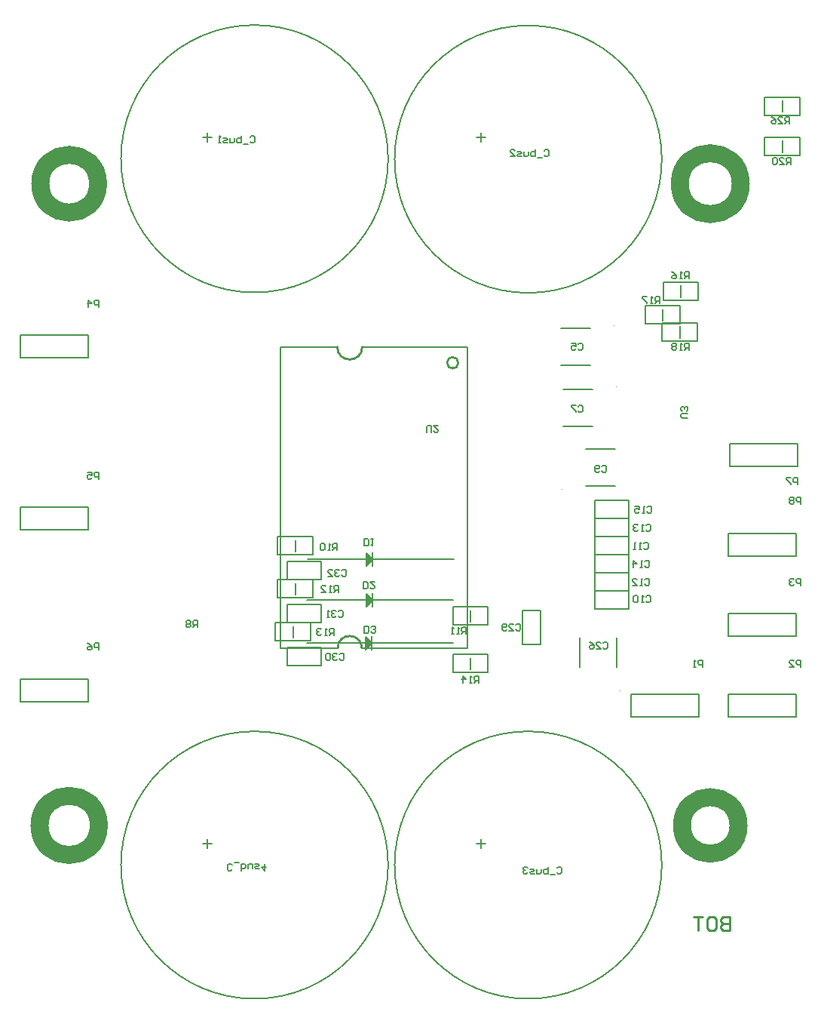
<source format=gbr>
G04 Layer_Color=32896*
%FSLAX25Y25*%
%MOIN*%
%TF.FileFunction,Legend,Bot*%
%TF.Part,Single*%
G01*
G75*
%TA.AperFunction,NonConductor*%
%ADD49C,0.01000*%
%ADD50C,0.00787*%
%ADD51C,0.00394*%
%ADD52C,0.07874*%
%ADD53C,0.00500*%
%ADD54C,0.00600*%
D49*
X199199Y214844D02*
G03*
X199199Y214844I-2500J0D01*
G01*
X156514Y88844D02*
G03*
X145884Y88844I-5315J0D01*
G01*
X145699Y221844D02*
G03*
X156699Y221844I5500J0D01*
G01*
X319100Y-30002D02*
Y-36000D01*
X316101D01*
X315101Y-35000D01*
Y-34001D01*
X316101Y-33001D01*
X319100D01*
X316101D01*
X315101Y-32001D01*
Y-31002D01*
X316101Y-30002D01*
X319100D01*
X310103D02*
X312102D01*
X313102Y-31002D01*
Y-35000D01*
X312102Y-36000D01*
X310103D01*
X309103Y-35000D01*
Y-31002D01*
X310103Y-30002D01*
X307104D02*
X303105D01*
X305104D01*
Y-36000D01*
D50*
X168155Y-7000D02*
G03*
X168155Y-7000I-59055J0D01*
G01*
X289155D02*
G03*
X289155Y-7000I-59055J0D01*
G01*
Y304800D02*
G03*
X289155Y304800I-59055J0D01*
G01*
X168155Y305000D02*
G03*
X168155Y305000I-59055J0D01*
G01*
X120522Y88844D02*
X145884D01*
X156514D02*
X203199D01*
X156699Y221844D02*
X203199D01*
X120522D02*
X145699D01*
X120522Y88844D02*
Y221844D01*
X203199Y88844D02*
Y221844D01*
X342400Y325641D02*
Y330759D01*
Y307941D02*
Y313059D01*
X297100Y225941D02*
Y231059D01*
X289600Y233441D02*
Y238559D01*
X297600Y243941D02*
Y249059D01*
X204600Y79441D02*
Y84559D01*
X126100Y93441D02*
Y98559D01*
X127100Y112441D02*
Y117559D01*
X204600Y100441D02*
Y105559D01*
X127100Y131441D02*
Y136559D01*
X318600Y139500D02*
X348600D01*
Y129500D02*
Y139500D01*
X318600Y129500D02*
X348600D01*
X318600D02*
Y139500D01*
X319200Y169000D02*
X349200D01*
X319200D02*
Y179000D01*
X349200D01*
Y169000D02*
Y179000D01*
X5600Y65100D02*
X35600D01*
X5600D02*
Y75100D01*
X35600D01*
Y65100D02*
Y75100D01*
X5600Y141050D02*
X35600D01*
X5600D02*
Y151050D01*
X35600D01*
Y141050D02*
Y151050D01*
X5600Y217000D02*
X35600D01*
X5600D02*
Y227000D01*
X35600D01*
Y217000D02*
Y227000D01*
X318600Y94041D02*
X348600D01*
X318600D02*
Y104041D01*
X348600D01*
Y94041D02*
Y104041D01*
X318600Y58500D02*
X348600D01*
X318600D02*
Y68500D01*
X348600D01*
Y58500D02*
Y68500D01*
X275600Y58500D02*
X305600D01*
X275600D02*
Y68500D01*
X305600D01*
Y58500D02*
Y68500D01*
X160087Y90078D02*
Y91578D01*
X159587Y89778D02*
Y92078D01*
X158887Y89078D02*
Y93178D01*
X160987Y87978D02*
Y94078D01*
X158187Y88178D02*
Y93878D01*
X160587Y91478D01*
X158187Y88178D02*
X160587Y90578D01*
Y91478D01*
X132087Y90978D02*
X196787D01*
X158187Y93878D02*
X158887Y93178D01*
X160300Y109100D02*
Y110600D01*
X159800Y108800D02*
Y111100D01*
X159100Y108100D02*
Y112200D01*
X161200Y107000D02*
Y113100D01*
X158400Y107200D02*
Y112900D01*
X160800Y110500D01*
X158400Y107200D02*
X160800Y109600D01*
Y110500D01*
X132300Y110000D02*
X197000D01*
X158400Y112900D02*
X159100Y112200D01*
X160434Y127100D02*
Y128600D01*
X159934Y126800D02*
Y129100D01*
X159234Y126100D02*
Y130200D01*
X161334Y125000D02*
Y131100D01*
X158534Y125200D02*
Y130900D01*
X160934Y128500D01*
X158534Y125200D02*
X160934Y127600D01*
Y128500D01*
X132434Y128000D02*
X197134D01*
X158534Y130900D02*
X159234Y130200D01*
X86100Y2528D02*
X90100D01*
X88100Y528D02*
Y4528D01*
X207100Y2528D02*
X211100D01*
X209100Y528D02*
Y4528D01*
X207100Y314328D02*
X211100D01*
X209100Y312328D02*
Y316328D01*
X86100Y314528D02*
X90100D01*
X88100Y312528D02*
Y316528D01*
X252931Y80504D02*
Y93496D01*
X269269Y80504D02*
Y93496D01*
X255604Y176669D02*
X268596D01*
X255604Y160331D02*
X268596D01*
X245604Y186831D02*
X258596D01*
X245604Y203169D02*
X258596D01*
X244604Y213831D02*
X257596D01*
X244604Y230169D02*
X257596D01*
D51*
X270695Y70023D02*
G03*
X270695Y70023I-197J0D01*
G01*
X245320Y159102D02*
G03*
X245320Y159102I-197J0D01*
G01*
X269274Y204398D02*
G03*
X269274Y204398I-197J0D01*
G01*
X268274Y231398D02*
G03*
X268274Y231398I-197J0D01*
G01*
D52*
X39900Y293965D02*
G03*
X39900Y293965I-12765J0D01*
G01*
X324077D02*
G03*
X324077Y293965I-13477J0D01*
G01*
X323100Y10500D02*
G03*
X323100Y10500I-12500J0D01*
G01*
X40237D02*
G03*
X40237Y10500I-13102J0D01*
G01*
D53*
X334664Y324204D02*
X350136D01*
Y332196D01*
X334664D02*
X350136D01*
X334664Y324204D02*
Y332196D01*
Y306504D02*
X350136D01*
Y314496D01*
X334664D02*
X350136D01*
X334664Y306504D02*
Y314496D01*
X289364Y232496D02*
X304836D01*
X289364Y224504D02*
Y232496D01*
Y224504D02*
X304836D01*
Y232496D01*
X281864Y232004D02*
X297336D01*
Y239996D01*
X281864D02*
X297336D01*
X281864Y232004D02*
Y239996D01*
X289864Y250496D02*
X305336D01*
X289864Y242504D02*
Y250496D01*
Y242504D02*
X305336D01*
Y250496D01*
X196864Y85996D02*
X212336D01*
X196864Y78004D02*
Y85996D01*
Y78004D02*
X212336D01*
Y85996D01*
X118364Y92004D02*
X133836D01*
Y99996D01*
X118364D02*
X133836D01*
X118364Y92004D02*
Y99996D01*
X119364Y111004D02*
X134836D01*
Y118996D01*
X119364D02*
X134836D01*
X119364Y111004D02*
Y118996D01*
X196864Y99004D02*
X212336D01*
Y106996D01*
X196864D02*
X212336D01*
X196864Y99004D02*
Y106996D01*
X119364Y130004D02*
X134836D01*
Y137996D01*
X119364D02*
X134836D01*
X119364Y130004D02*
Y137996D01*
X123505Y118950D02*
Y127050D01*
X138695D01*
X123505Y118950D02*
X138695D01*
Y127050D01*
X123505Y99950D02*
Y108050D01*
X138695D01*
X123505Y99950D02*
X138695D01*
Y108050D01*
X123505Y80950D02*
Y89050D01*
X138695D01*
X123505Y80950D02*
X138695D01*
Y89050D01*
X227550Y105595D02*
X235650D01*
Y90405D02*
Y105595D01*
X227550Y90405D02*
Y105595D01*
Y90405D02*
X235650D01*
X259505Y145950D02*
Y154050D01*
X274695D01*
X259505Y145950D02*
X274695D01*
Y154050D01*
X259505Y121950D02*
Y130050D01*
X274695D01*
X259505Y121950D02*
X274695D01*
Y130050D01*
X259505Y137950D02*
Y146050D01*
X274695D01*
X259505Y137950D02*
X274695D01*
Y146050D01*
X259505Y113950D02*
Y122050D01*
X274695D01*
X259505Y113950D02*
X274695D01*
Y122050D01*
X259505Y129950D02*
Y138050D01*
X274695D01*
X259505Y129950D02*
X274695D01*
Y138050D01*
X259505Y105950D02*
Y114050D01*
X274695D01*
X259505Y105950D02*
X274695D01*
Y114050D01*
D54*
X307100Y80500D02*
Y83499D01*
X305601D01*
X305101Y82999D01*
Y81999D01*
X305601Y81500D01*
X307100D01*
X304101Y80500D02*
X303101D01*
X303601D01*
Y83499D01*
X304101Y82999D01*
X350600Y116500D02*
Y119499D01*
X349100D01*
X348601Y118999D01*
Y117999D01*
X349100Y117500D01*
X350600D01*
X347601Y118999D02*
X347101Y119499D01*
X346101D01*
X345602Y118999D01*
Y118499D01*
X346101Y117999D01*
X346601D01*
X346101D01*
X345602Y117500D01*
Y117000D01*
X346101Y116500D01*
X347101D01*
X347601Y117000D01*
X350600Y80500D02*
Y83499D01*
X349100D01*
X348601Y82999D01*
Y81999D01*
X349100Y81500D01*
X350600D01*
X345602Y80500D02*
X347601D01*
X345602Y82499D01*
Y82999D01*
X346101Y83499D01*
X347101D01*
X347601Y82999D01*
X301100Y220500D02*
Y223499D01*
X299601D01*
X299101Y222999D01*
Y222000D01*
X299601Y221500D01*
X301100D01*
X300100D02*
X299101Y220500D01*
X298101D02*
X297101D01*
X297601D01*
Y223499D01*
X298101Y222999D01*
X295602D02*
X295102Y223499D01*
X294102D01*
X293602Y222999D01*
Y222499D01*
X294102Y222000D01*
X293602Y221500D01*
Y221000D01*
X294102Y220500D01*
X295102D01*
X295602Y221000D01*
Y221500D01*
X295102Y222000D01*
X295602Y222499D01*
Y222999D01*
X295102Y222000D02*
X294102D01*
X288100Y241000D02*
Y243999D01*
X286600D01*
X286101Y243499D01*
Y242499D01*
X286600Y242000D01*
X288100D01*
X287100D02*
X286101Y241000D01*
X285101D02*
X284101D01*
X284601D01*
Y243999D01*
X285101Y243499D01*
X282602Y243999D02*
X280602D01*
Y243499D01*
X282602Y241500D01*
Y241000D01*
X301100Y252000D02*
Y254999D01*
X299601D01*
X299101Y254499D01*
Y253500D01*
X299601Y253000D01*
X301100D01*
X300100D02*
X299101Y252000D01*
X298101D02*
X297101D01*
X297601D01*
Y254999D01*
X298101Y254499D01*
X293602Y254999D02*
X294602Y254499D01*
X295602Y253500D01*
Y252500D01*
X295102Y252000D01*
X294102D01*
X293602Y252500D01*
Y253000D01*
X294102Y253500D01*
X295602D01*
X350600Y152500D02*
Y155499D01*
X349100D01*
X348601Y154999D01*
Y153999D01*
X349100Y153500D01*
X350600D01*
X347601Y154999D02*
X347101Y155499D01*
X346101D01*
X345602Y154999D01*
Y154499D01*
X346101Y153999D01*
X345602Y153500D01*
Y153000D01*
X346101Y152500D01*
X347101D01*
X347601Y153000D01*
Y153500D01*
X347101Y153999D01*
X347601Y154499D01*
Y154999D01*
X347101Y153999D02*
X346101D01*
X345600Y320500D02*
Y323499D01*
X344100D01*
X343601Y322999D01*
Y322000D01*
X344100Y321500D01*
X345600D01*
X344600D02*
X343601Y320500D01*
X340602D02*
X342601D01*
X340602Y322499D01*
Y322999D01*
X341102Y323499D01*
X342101D01*
X342601Y322999D01*
X337603Y323499D02*
X338602Y322999D01*
X339602Y322000D01*
Y321000D01*
X339102Y320500D01*
X338102D01*
X337603Y321000D01*
Y321500D01*
X338102Y322000D01*
X339602D01*
X346100Y302500D02*
Y305499D01*
X344601D01*
X344101Y304999D01*
Y303999D01*
X344601Y303500D01*
X346100D01*
X345100D02*
X344101Y302500D01*
X341102D02*
X343101D01*
X341102Y304499D01*
Y304999D01*
X341601Y305499D01*
X342601D01*
X343101Y304999D01*
X340102D02*
X339602Y305499D01*
X338602D01*
X338103Y304999D01*
Y303000D01*
X338602Y302500D01*
X339602D01*
X340102Y303000D01*
Y304999D01*
X224601Y98999D02*
X225100Y99499D01*
X226100D01*
X226600Y98999D01*
Y97000D01*
X226100Y96500D01*
X225100D01*
X224601Y97000D01*
X221602Y96500D02*
X223601D01*
X221602Y98499D01*
Y98999D01*
X222101Y99499D01*
X223101D01*
X223601Y98999D01*
X220602Y97000D02*
X220102Y96500D01*
X219102D01*
X218603Y97000D01*
Y98999D01*
X219102Y99499D01*
X220102D01*
X220602Y98999D01*
Y98499D01*
X220102Y98000D01*
X218603D01*
X208100Y73500D02*
Y76499D01*
X206600D01*
X206101Y75999D01*
Y74999D01*
X206600Y74500D01*
X208100D01*
X207100D02*
X206101Y73500D01*
X205101D02*
X204101D01*
X204601D01*
Y76499D01*
X205101Y75999D01*
X201102Y73500D02*
Y76499D01*
X202602Y74999D01*
X200602D01*
X300699Y190500D02*
X298200D01*
X297700Y191000D01*
Y191999D01*
X298200Y192499D01*
X300699D01*
X300199Y193499D02*
X300699Y193999D01*
Y194999D01*
X300199Y195498D01*
X299699D01*
X299200Y194999D01*
Y194499D01*
Y194999D01*
X298700Y195498D01*
X298200D01*
X297700Y194999D01*
Y193999D01*
X298200Y193499D01*
X83800Y98000D02*
Y100999D01*
X82301D01*
X81801Y100499D01*
Y99499D01*
X82301Y99000D01*
X83800D01*
X82800D02*
X81801Y98000D01*
X80801Y100499D02*
X80301Y100999D01*
X79301D01*
X78802Y100499D01*
Y99999D01*
X79301Y99499D01*
X78802Y99000D01*
Y98500D01*
X79301Y98000D01*
X80301D01*
X80801Y98500D01*
Y99000D01*
X80301Y99499D01*
X80801Y99999D01*
Y100499D01*
X80301Y99499D02*
X79301D01*
X242775Y-8327D02*
X243274Y-7827D01*
X244274D01*
X244774Y-8327D01*
Y-10326D01*
X244274Y-10826D01*
X243274D01*
X242775Y-10326D01*
X241775Y-11326D02*
X239776D01*
X238776Y-7827D02*
Y-10826D01*
X237277D01*
X236777Y-10326D01*
Y-9826D01*
Y-9326D01*
X237277Y-8827D01*
X238776D01*
X235777D02*
Y-10326D01*
X235277Y-10826D01*
X233778D01*
Y-8827D01*
X232778Y-10826D02*
X231278D01*
X230779Y-10326D01*
X231278Y-9826D01*
X232278D01*
X232778Y-9326D01*
X232278Y-8827D01*
X230779D01*
X229779Y-8327D02*
X229279Y-7827D01*
X228279D01*
X227780Y-8327D01*
Y-8827D01*
X228279Y-9326D01*
X228779D01*
X228279D01*
X227780Y-9826D01*
Y-10326D01*
X228279Y-10826D01*
X229279D01*
X229779Y-10326D01*
X99099Y-8999D02*
X98599Y-9499D01*
X97600D01*
X97100Y-8999D01*
Y-7000D01*
X97600Y-6500D01*
X98599D01*
X99099Y-7000D01*
X100099Y-6000D02*
X102098D01*
X103098Y-9499D02*
Y-6500D01*
X104598D01*
X105097Y-7000D01*
Y-7500D01*
Y-7999D01*
X104598Y-8499D01*
X103098D01*
X106097D02*
Y-7000D01*
X106597Y-6500D01*
X108097D01*
Y-8499D01*
X109096Y-6500D02*
X110596D01*
X111095Y-7000D01*
X110596Y-7500D01*
X109596D01*
X109096Y-7999D01*
X109596Y-8499D01*
X111095D01*
X113595Y-6500D02*
Y-9499D01*
X112095Y-7999D01*
X114094D01*
X107101Y314499D02*
X107600Y314999D01*
X108600D01*
X109100Y314499D01*
Y312500D01*
X108600Y312000D01*
X107600D01*
X107101Y312500D01*
X106101Y311500D02*
X104102D01*
X103102Y314999D02*
Y312000D01*
X101602D01*
X101103Y312500D01*
Y313000D01*
Y313499D01*
X101602Y313999D01*
X103102D01*
X100103D02*
Y312500D01*
X99603Y312000D01*
X98104D01*
Y313999D01*
X97104Y312000D02*
X95604D01*
X95104Y312500D01*
X95604Y313000D01*
X96604D01*
X97104Y313499D01*
X96604Y313999D01*
X95104D01*
X94105Y312000D02*
X93105D01*
X93605D01*
Y314999D01*
X94105Y314499D01*
X237101Y308499D02*
X237600Y308999D01*
X238600D01*
X239100Y308499D01*
Y306500D01*
X238600Y306000D01*
X237600D01*
X237101Y306500D01*
X236101Y305500D02*
X234102D01*
X233102Y308999D02*
Y306000D01*
X231602D01*
X231103Y306500D01*
Y307000D01*
Y307500D01*
X231602Y307999D01*
X233102D01*
X230103D02*
Y306500D01*
X229603Y306000D01*
X228104D01*
Y307999D01*
X227104Y306000D02*
X225604D01*
X225104Y306500D01*
X225604Y307000D01*
X226604D01*
X227104Y307500D01*
X226604Y307999D01*
X225104D01*
X222106Y306000D02*
X224105D01*
X222106Y307999D01*
Y308499D01*
X222605Y308999D01*
X223605D01*
X224105Y308499D01*
X262601Y168999D02*
X263101Y169499D01*
X264100D01*
X264600Y168999D01*
Y167000D01*
X264100Y166500D01*
X263101D01*
X262601Y167000D01*
X261601D02*
X261101Y166500D01*
X260102D01*
X259602Y167000D01*
Y168999D01*
X260102Y169499D01*
X261101D01*
X261601Y168999D01*
Y168499D01*
X261101Y167999D01*
X259602D01*
X252101Y222999D02*
X252601Y223499D01*
X253600D01*
X254100Y222999D01*
Y221000D01*
X253600Y220500D01*
X252601D01*
X252101Y221000D01*
X249102Y223499D02*
X251101D01*
Y222000D01*
X250101Y222499D01*
X249602D01*
X249102Y222000D01*
Y221000D01*
X249602Y220500D01*
X250601D01*
X251101Y221000D01*
X252101Y195499D02*
X252601Y195999D01*
X253600D01*
X254100Y195499D01*
Y193500D01*
X253600Y193000D01*
X252601D01*
X252101Y193500D01*
X251101Y195999D02*
X249102D01*
Y195499D01*
X251101Y193500D01*
Y193000D01*
X185273Y184171D02*
Y186670D01*
X185773Y187170D01*
X186773D01*
X187273Y186670D01*
Y184171D01*
X190272Y187170D02*
X188272D01*
X190272Y185171D01*
Y184671D01*
X189772Y184171D01*
X188772D01*
X188272Y184671D01*
X40100Y239500D02*
Y242499D01*
X38601D01*
X38101Y241999D01*
Y241000D01*
X38601Y240500D01*
X40100D01*
X35601Y239500D02*
Y242499D01*
X37101Y241000D01*
X35102D01*
X40100Y163500D02*
Y166499D01*
X38601D01*
X38101Y165999D01*
Y164999D01*
X38601Y164500D01*
X40100D01*
X35102Y166499D02*
X37101D01*
Y164999D01*
X36101Y165499D01*
X35601D01*
X35102Y164999D01*
Y164000D01*
X35601Y163500D01*
X36601D01*
X37101Y164000D01*
X40100Y88000D02*
Y90999D01*
X38601D01*
X38101Y90499D01*
Y89499D01*
X38601Y89000D01*
X40100D01*
X35102Y90999D02*
X36101Y90499D01*
X37101Y89499D01*
Y88500D01*
X36601Y88000D01*
X35601D01*
X35102Y88500D01*
Y89000D01*
X35601Y89499D01*
X37101D01*
X349200Y161000D02*
Y163999D01*
X347701D01*
X347201Y163499D01*
Y162499D01*
X347701Y162000D01*
X349200D01*
X346201Y163999D02*
X344202D01*
Y163499D01*
X346201Y161500D01*
Y161000D01*
X282101Y111499D02*
X282600Y111999D01*
X283600D01*
X284100Y111499D01*
Y109500D01*
X283600Y109000D01*
X282600D01*
X282101Y109500D01*
X281101Y109000D02*
X280101D01*
X280601D01*
Y111999D01*
X281101Y111499D01*
X278602D02*
X278102Y111999D01*
X277102D01*
X276602Y111499D01*
Y109500D01*
X277102Y109000D01*
X278102D01*
X278602Y109500D01*
Y111499D01*
X281101Y134999D02*
X281600Y135499D01*
X282600D01*
X283100Y134999D01*
Y133000D01*
X282600Y132500D01*
X281600D01*
X281101Y133000D01*
X280101Y132500D02*
X279101D01*
X279601D01*
Y135499D01*
X280101Y134999D01*
X277602Y132500D02*
X276602D01*
X277102D01*
Y135499D01*
X277602Y134999D01*
X281601Y118999D02*
X282101Y119499D01*
X283100D01*
X283600Y118999D01*
Y117000D01*
X283100Y116500D01*
X282101D01*
X281601Y117000D01*
X280601Y116500D02*
X279601D01*
X280101D01*
Y119499D01*
X280601Y118999D01*
X276102Y116500D02*
X278102D01*
X276102Y118499D01*
Y118999D01*
X276602Y119499D01*
X277602D01*
X278102Y118999D01*
X282101Y142999D02*
X282600Y143499D01*
X283600D01*
X284100Y142999D01*
Y141000D01*
X283600Y140500D01*
X282600D01*
X282101Y141000D01*
X281101Y140500D02*
X280101D01*
X280601D01*
Y143499D01*
X281101Y142999D01*
X278602D02*
X278102Y143499D01*
X277102D01*
X276602Y142999D01*
Y142499D01*
X277102Y141999D01*
X277602D01*
X277102D01*
X276602Y141500D01*
Y141000D01*
X277102Y140500D01*
X278102D01*
X278602Y141000D01*
X281601Y126999D02*
X282101Y127499D01*
X283100D01*
X283600Y126999D01*
Y125000D01*
X283100Y124500D01*
X282101D01*
X281601Y125000D01*
X280601Y124500D02*
X279601D01*
X280101D01*
Y127499D01*
X280601Y126999D01*
X276602Y124500D02*
Y127499D01*
X278102Y125999D01*
X276102D01*
X282601Y150999D02*
X283101Y151499D01*
X284100D01*
X284600Y150999D01*
Y149000D01*
X284100Y148500D01*
X283101D01*
X282601Y149000D01*
X281601Y148500D02*
X280601D01*
X281101D01*
Y151499D01*
X281601Y150999D01*
X277102Y151499D02*
X279102D01*
Y149999D01*
X278102Y150499D01*
X277602D01*
X277102Y149999D01*
Y149000D01*
X277602Y148500D01*
X278602D01*
X279102Y149000D01*
X146601Y85999D02*
X147100Y86499D01*
X148100D01*
X148600Y85999D01*
Y84000D01*
X148100Y83500D01*
X147100D01*
X146601Y84000D01*
X145601Y85999D02*
X145101Y86499D01*
X144102D01*
X143602Y85999D01*
Y85499D01*
X144102Y85000D01*
X144601D01*
X144102D01*
X143602Y84500D01*
Y84000D01*
X144102Y83500D01*
X145101D01*
X145601Y84000D01*
X142602Y85999D02*
X142102Y86499D01*
X141102D01*
X140603Y85999D01*
Y84000D01*
X141102Y83500D01*
X142102D01*
X142602Y84000D01*
Y85999D01*
X146101Y104999D02*
X146600Y105499D01*
X147600D01*
X148100Y104999D01*
Y103000D01*
X147600Y102500D01*
X146600D01*
X146101Y103000D01*
X145101Y104999D02*
X144601Y105499D01*
X143602D01*
X143102Y104999D01*
Y104499D01*
X143602Y103999D01*
X144101D01*
X143602D01*
X143102Y103500D01*
Y103000D01*
X143602Y102500D01*
X144601D01*
X145101Y103000D01*
X142102Y102500D02*
X141102D01*
X141602D01*
Y105499D01*
X142102Y104999D01*
X147601Y122999D02*
X148100Y123499D01*
X149100D01*
X149600Y122999D01*
Y121000D01*
X149100Y120500D01*
X148100D01*
X147601Y121000D01*
X146601Y122999D02*
X146101Y123499D01*
X145101D01*
X144602Y122999D01*
Y122499D01*
X145101Y122000D01*
X145601D01*
X145101D01*
X144602Y121500D01*
Y121000D01*
X145101Y120500D01*
X146101D01*
X146601Y121000D01*
X141603Y120500D02*
X143602D01*
X141603Y122499D01*
Y122999D01*
X142102Y123499D01*
X143102D01*
X143602Y122999D01*
X145600Y132000D02*
Y134999D01*
X144100D01*
X143601Y134499D01*
Y133500D01*
X144100Y133000D01*
X145600D01*
X144600D02*
X143601Y132000D01*
X142601D02*
X141601D01*
X142101D01*
Y134999D01*
X142601Y134499D01*
X140102D02*
X139602Y134999D01*
X138602D01*
X138102Y134499D01*
Y132500D01*
X138602Y132000D01*
X139602D01*
X140102Y132500D01*
Y134499D01*
X146100Y113500D02*
Y116499D01*
X144600D01*
X144101Y115999D01*
Y114999D01*
X144600Y114500D01*
X146100D01*
X145100D02*
X144101Y113500D01*
X143101D02*
X142101D01*
X142601D01*
Y116499D01*
X143101Y115999D01*
X138602Y113500D02*
X140602D01*
X138602Y115499D01*
Y115999D01*
X139102Y116499D01*
X140102D01*
X140602Y115999D01*
X144100Y94500D02*
Y97499D01*
X142601D01*
X142101Y96999D01*
Y95999D01*
X142601Y95500D01*
X144100D01*
X143100D02*
X142101Y94500D01*
X141101D02*
X140101D01*
X140601D01*
Y97499D01*
X141101Y96999D01*
X138602D02*
X138102Y97499D01*
X137102D01*
X136602Y96999D01*
Y96499D01*
X137102Y95999D01*
X137602D01*
X137102D01*
X136602Y95500D01*
Y95000D01*
X137102Y94500D01*
X138102D01*
X138602Y95000D01*
X202600Y95000D02*
Y97999D01*
X201100D01*
X200601Y97499D01*
Y96500D01*
X201100Y96000D01*
X202600D01*
X201600D02*
X200601Y95000D01*
X199601D02*
X198601D01*
X199101D01*
Y97999D01*
X199601Y97499D01*
X197102Y95000D02*
X196102D01*
X196602D01*
Y97999D01*
X197102Y97499D01*
X157600Y134001D02*
Y137000D01*
X159099D01*
X159599Y136500D01*
Y134501D01*
X159099Y134001D01*
X157600D01*
X160599Y137000D02*
X161599D01*
X161099D01*
Y134001D01*
X160599Y134501D01*
X157100Y115001D02*
Y118000D01*
X158599D01*
X159099Y117500D01*
Y115501D01*
X158599Y115001D01*
X157100D01*
X162098Y118000D02*
X160099D01*
X162098Y116001D01*
Y115501D01*
X161599Y115001D01*
X160599D01*
X160099Y115501D01*
X157600Y95501D02*
Y98500D01*
X159099D01*
X159599Y98000D01*
Y96001D01*
X159099Y95501D01*
X157600D01*
X160599Y96001D02*
X161099Y95501D01*
X162099D01*
X162598Y96001D01*
Y96501D01*
X162099Y97000D01*
X161599D01*
X162099D01*
X162598Y97500D01*
Y98000D01*
X162099Y98500D01*
X161099D01*
X160599Y98000D01*
X263101Y90999D02*
X263600Y91499D01*
X264600D01*
X265100Y90999D01*
Y89000D01*
X264600Y88500D01*
X263600D01*
X263101Y89000D01*
X260102Y88500D02*
X262101D01*
X260102Y90499D01*
Y90999D01*
X260601Y91499D01*
X261601D01*
X262101Y90999D01*
X257103Y91499D02*
X258102Y90999D01*
X259102Y90000D01*
Y89000D01*
X258602Y88500D01*
X257602D01*
X257103Y89000D01*
Y89500D01*
X257602Y90000D01*
X259102D01*
%TF.MD5,d5f8956c2835430f60f75b375f85174a*%
M02*

</source>
